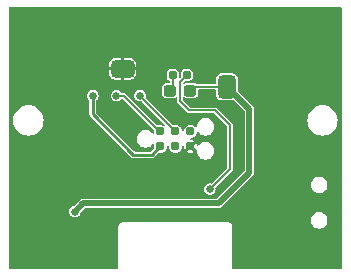
<source format=gbr>
%TF.GenerationSoftware,KiCad,Pcbnew,8.0.1*%
%TF.CreationDate,2024-07-01T16:07:51-04:00*%
%TF.ProjectId,V1,56312e6b-6963-4616-945f-706362585858,rev?*%
%TF.SameCoordinates,Original*%
%TF.FileFunction,Copper,L1,Top*%
%TF.FilePolarity,Positive*%
%FSLAX46Y46*%
G04 Gerber Fmt 4.6, Leading zero omitted, Abs format (unit mm)*
G04 Created by KiCad (PCBNEW 8.0.1) date 2024-07-01 16:07:51*
%MOMM*%
%LPD*%
G01*
G04 APERTURE LIST*
G04 Aperture macros list*
%AMRoundRect*
0 Rectangle with rounded corners*
0 $1 Rounding radius*
0 $2 $3 $4 $5 $6 $7 $8 $9 X,Y pos of 4 corners*
0 Add a 4 corners polygon primitive as box body*
4,1,4,$2,$3,$4,$5,$6,$7,$8,$9,$2,$3,0*
0 Add four circle primitives for the rounded corners*
1,1,$1+$1,$2,$3*
1,1,$1+$1,$4,$5*
1,1,$1+$1,$6,$7*
1,1,$1+$1,$8,$9*
0 Add four rect primitives between the rounded corners*
20,1,$1+$1,$2,$3,$4,$5,0*
20,1,$1+$1,$4,$5,$6,$7,0*
20,1,$1+$1,$6,$7,$8,$9,0*
20,1,$1+$1,$8,$9,$2,$3,0*%
G04 Aperture macros list end*
%TA.AperFunction,SMDPad,CuDef*%
%ADD10RoundRect,0.375000X0.625000X0.375000X-0.625000X0.375000X-0.625000X-0.375000X0.625000X-0.375000X0*%
%TD*%
%TA.AperFunction,ConnectorPad*%
%ADD11C,0.787400*%
%TD*%
%TA.AperFunction,SMDPad,CuDef*%
%ADD12RoundRect,0.375000X0.375000X-0.625000X0.375000X0.625000X-0.375000X0.625000X-0.375000X-0.625000X0*%
%TD*%
%TA.AperFunction,SMDPad,CuDef*%
%ADD13RoundRect,0.160000X-0.197500X-0.160000X0.197500X-0.160000X0.197500X0.160000X-0.197500X0.160000X0*%
%TD*%
%TA.AperFunction,SMDPad,CuDef*%
%ADD14RoundRect,0.237500X-0.287500X-0.237500X0.287500X-0.237500X0.287500X0.237500X-0.287500X0.237500X0*%
%TD*%
%TA.AperFunction,ViaPad*%
%ADD15C,0.660400*%
%TD*%
%TA.AperFunction,Conductor*%
%ADD16C,0.152400*%
%TD*%
%TA.AperFunction,Conductor*%
%ADD17C,0.508000*%
%TD*%
%TA.AperFunction,Conductor*%
%ADD18C,0.254000*%
%TD*%
G04 APERTURE END LIST*
D10*
%TO.P,J7,1,Pin_1*%
%TO.N,GND*%
X109970000Y-105640000D03*
%TD*%
D11*
%TO.P,J3,1,VCC*%
%TO.N,VCC*%
X113180000Y-112185000D03*
%TO.P,J3,2,SWDIO*%
%TO.N,/SWDIO*%
X113180000Y-110915000D03*
%TO.P,J3,3,~{RESET}*%
%TO.N,unconnected-(J3-~{RESET}-Pad3)*%
X114450000Y-112185000D03*
%TO.P,J3,4,SWCLK*%
%TO.N,/SWDCLK*%
X114450000Y-110915000D03*
%TO.P,J3,5,GND*%
%TO.N,GND*%
X115720000Y-112185000D03*
%TO.P,J3,6,SWO*%
%TO.N,unconnected-(J3-SWO-Pad6)*%
X115720000Y-110915000D03*
%TD*%
D12*
%TO.P,J6,1,Pin_1*%
%TO.N,VBUS*%
X118815000Y-107150000D03*
%TD*%
D13*
%TO.P,R1,1*%
%TO.N,Net-(D1-K)*%
X114230000Y-106150000D03*
%TO.P,R1,2*%
%TO.N,Net-(U1-STAT)*%
X115425000Y-106150000D03*
%TD*%
D14*
%TO.P,D1,1,K*%
%TO.N,Net-(D1-K)*%
X113975000Y-107470000D03*
%TO.P,D1,2,A*%
%TO.N,VBUS*%
X115725000Y-107470000D03*
%TD*%
D15*
%TO.N,/SWDIO*%
X109450000Y-107900000D03*
%TO.N,Net-(U1-STAT)*%
X117370000Y-115820000D03*
%TO.N,VBUS*%
X105940000Y-117710000D03*
%TO.N,GND*%
X127500000Y-101500000D03*
X122000000Y-110500000D03*
X121000000Y-120000000D03*
X102000000Y-122000000D03*
X106000000Y-122000000D03*
X102000000Y-120000000D03*
X125500000Y-107500000D03*
X104000000Y-106000000D03*
X102000000Y-104000000D03*
X102000000Y-115000000D03*
X108000000Y-120000000D03*
X118000000Y-111500000D03*
X109975000Y-105625000D03*
X108000000Y-122000000D03*
X124500000Y-112950000D03*
X127500000Y-107500000D03*
X106000000Y-104000000D03*
X121990000Y-113980000D03*
X104000000Y-113000000D03*
X124500000Y-110500000D03*
X104000000Y-122000000D03*
X123000000Y-120000000D03*
X121000000Y-122000000D03*
X115000000Y-109750000D03*
X125500000Y-101500000D03*
X106000000Y-106000000D03*
X125500000Y-105500000D03*
X123000000Y-122000000D03*
X104000000Y-120000000D03*
X104000000Y-104000000D03*
X106000000Y-113000000D03*
X110000000Y-110000000D03*
X102000000Y-113000000D03*
X102000000Y-102000000D03*
X106000000Y-102000000D03*
X127500000Y-105500000D03*
X114450000Y-113400000D03*
X104000000Y-102000000D03*
X102000000Y-106000000D03*
X106000000Y-120000000D03*
%TO.N,VCC*%
X107450000Y-107900000D03*
%TO.N,/SWDCLK*%
X111450000Y-107900000D03*
%TD*%
D16*
%TO.N,/SWDIO*%
X113180000Y-110915000D02*
X113085000Y-110915000D01*
X113085000Y-110915000D02*
X110070000Y-107900000D01*
X110070000Y-107900000D02*
X109450000Y-107900000D01*
%TO.N,Net-(U1-STAT)*%
X119080000Y-110410000D02*
X119080000Y-114110000D01*
X114850000Y-106725000D02*
X114850000Y-108370000D01*
X119080000Y-114110000D02*
X117370000Y-115820000D01*
X115630000Y-109150000D02*
X117820000Y-109150000D01*
X114850000Y-108370000D02*
X115630000Y-109150000D01*
X115425000Y-106150000D02*
X114850000Y-106725000D01*
X117820000Y-109150000D02*
X119080000Y-110410000D01*
D17*
%TO.N,VBUS*%
X106630000Y-117020000D02*
X105940000Y-117710000D01*
X118815000Y-107150000D02*
X120710000Y-109045000D01*
X120710000Y-114410000D02*
X118100000Y-117020000D01*
X118100000Y-117020000D02*
X106630000Y-117020000D01*
D16*
X115725000Y-107470000D02*
X116045000Y-107150000D01*
X116045000Y-107150000D02*
X118815000Y-107150000D01*
D17*
X120710000Y-109045000D02*
X120710000Y-114410000D01*
D18*
%TO.N,VCC*%
X112455000Y-112910000D02*
X113180000Y-112185000D01*
X107450000Y-107900000D02*
X107450000Y-109470000D01*
X110890000Y-112910000D02*
X112455000Y-112910000D01*
X107450000Y-109470000D02*
X110890000Y-112910000D01*
D16*
%TO.N,Net-(D1-K)*%
X114230000Y-106150000D02*
X114230000Y-107215000D01*
X114230000Y-107215000D02*
X113975000Y-107470000D01*
%TO.N,/SWDCLK*%
X114450000Y-110915000D02*
X111450000Y-107915000D01*
X111450000Y-107915000D02*
X111450000Y-107900000D01*
%TD*%
%TA.AperFunction,Conductor*%
%TO.N,GND*%
G36*
X128491638Y-100399093D02*
G01*
X128517358Y-100443642D01*
X128518500Y-100456700D01*
X128518500Y-122543300D01*
X128500907Y-122591638D01*
X128456358Y-122617358D01*
X128443300Y-122618500D01*
X119356700Y-122618500D01*
X119308362Y-122600907D01*
X119282642Y-122556358D01*
X119281500Y-122543300D01*
X119281500Y-118949777D01*
X119281500Y-118949775D01*
X119255501Y-118852746D01*
X119205276Y-118765753D01*
X119205274Y-118765751D01*
X119205272Y-118765748D01*
X119134251Y-118694727D01*
X119134245Y-118694723D01*
X119047255Y-118644499D01*
X119022996Y-118637999D01*
X118950225Y-118618500D01*
X110050225Y-118618500D01*
X109949775Y-118618500D01*
X109891557Y-118634099D01*
X109852744Y-118644499D01*
X109765754Y-118694723D01*
X109765748Y-118694727D01*
X109694727Y-118765748D01*
X109694723Y-118765754D01*
X109644499Y-118852744D01*
X109632764Y-118896542D01*
X109618500Y-118949775D01*
X109618500Y-118949777D01*
X109618500Y-122543300D01*
X109600907Y-122591638D01*
X109556358Y-122617358D01*
X109543300Y-122618500D01*
X100456700Y-122618500D01*
X100408362Y-122600907D01*
X100382642Y-122556358D01*
X100381500Y-122543300D01*
X100381500Y-118518994D01*
X125924500Y-118518994D01*
X125951420Y-118654329D01*
X125951421Y-118654331D01*
X125997574Y-118765754D01*
X126004225Y-118781811D01*
X126080886Y-118896542D01*
X126080888Y-118896544D01*
X126080890Y-118896547D01*
X126178452Y-118994109D01*
X126178455Y-118994111D01*
X126178458Y-118994114D01*
X126293189Y-119070775D01*
X126420672Y-119123580D01*
X126502165Y-119139790D01*
X126556005Y-119150500D01*
X126556007Y-119150500D01*
X126693995Y-119150500D01*
X126738901Y-119141566D01*
X126829328Y-119123580D01*
X126956811Y-119070775D01*
X127071542Y-118994114D01*
X127169114Y-118896542D01*
X127245775Y-118781811D01*
X127298580Y-118654328D01*
X127325500Y-118518993D01*
X127325500Y-118381007D01*
X127298580Y-118245672D01*
X127245775Y-118118189D01*
X127169114Y-118003458D01*
X127169111Y-118003455D01*
X127169109Y-118003452D01*
X127071547Y-117905890D01*
X127071544Y-117905888D01*
X127071542Y-117905886D01*
X126956811Y-117829225D01*
X126956809Y-117829224D01*
X126829331Y-117776421D01*
X126829329Y-117776420D01*
X126693995Y-117749500D01*
X126693993Y-117749500D01*
X126556007Y-117749500D01*
X126556005Y-117749500D01*
X126420670Y-117776420D01*
X126420668Y-117776421D01*
X126293190Y-117829224D01*
X126178455Y-117905888D01*
X126178452Y-117905890D01*
X126080890Y-118003452D01*
X126080888Y-118003455D01*
X126004224Y-118118190D01*
X125951421Y-118245668D01*
X125951420Y-118245670D01*
X125924500Y-118381005D01*
X125924500Y-118518994D01*
X100381500Y-118518994D01*
X100381500Y-117710000D01*
X105451932Y-117710000D01*
X105471702Y-117847508D01*
X105529410Y-117973868D01*
X105529412Y-117973871D01*
X105620383Y-118078857D01*
X105620385Y-118078858D01*
X105737248Y-118153962D01*
X105832069Y-118181803D01*
X105870541Y-118193100D01*
X105870544Y-118193100D01*
X106009456Y-118193100D01*
X106009459Y-118193100D01*
X106142751Y-118153962D01*
X106259617Y-118078857D01*
X106350589Y-117973869D01*
X106408298Y-117847505D01*
X106409833Y-117836822D01*
X106431091Y-117794350D01*
X106776518Y-117448924D01*
X106823137Y-117427186D01*
X106829691Y-117426900D01*
X118153568Y-117426900D01*
X118153570Y-117426900D01*
X118257058Y-117399170D01*
X118349843Y-117345601D01*
X120176449Y-115518994D01*
X125924500Y-115518994D01*
X125931887Y-115556128D01*
X125951420Y-115654328D01*
X126004225Y-115781811D01*
X126080886Y-115896542D01*
X126080888Y-115896544D01*
X126080890Y-115896547D01*
X126178452Y-115994109D01*
X126178455Y-115994111D01*
X126178458Y-115994114D01*
X126293189Y-116070775D01*
X126420672Y-116123580D01*
X126502165Y-116139790D01*
X126556005Y-116150500D01*
X126556007Y-116150500D01*
X126693995Y-116150500D01*
X126738901Y-116141566D01*
X126829328Y-116123580D01*
X126956811Y-116070775D01*
X127071542Y-115994114D01*
X127169114Y-115896542D01*
X127245775Y-115781811D01*
X127298580Y-115654328D01*
X127325500Y-115518993D01*
X127325500Y-115381007D01*
X127324511Y-115376037D01*
X127314498Y-115325697D01*
X127298580Y-115245672D01*
X127245775Y-115118189D01*
X127169114Y-115003458D01*
X127169111Y-115003455D01*
X127169109Y-115003452D01*
X127071547Y-114905890D01*
X127071544Y-114905888D01*
X127071542Y-114905886D01*
X126956811Y-114829225D01*
X126956809Y-114829224D01*
X126829331Y-114776421D01*
X126829329Y-114776420D01*
X126693995Y-114749500D01*
X126693993Y-114749500D01*
X126556007Y-114749500D01*
X126556005Y-114749500D01*
X126420670Y-114776420D01*
X126420668Y-114776421D01*
X126293190Y-114829224D01*
X126178455Y-114905888D01*
X126178452Y-114905890D01*
X126080890Y-115003452D01*
X126080888Y-115003455D01*
X126004224Y-115118190D01*
X125951421Y-115245668D01*
X125951420Y-115245670D01*
X125924500Y-115381005D01*
X125924500Y-115518994D01*
X120176449Y-115518994D01*
X121035600Y-114659843D01*
X121089169Y-114567058D01*
X121089170Y-114567057D01*
X121116900Y-114463569D01*
X121116900Y-110000000D01*
X125613605Y-110000000D01*
X125633147Y-110223375D01*
X125633147Y-110223378D01*
X125633148Y-110223380D01*
X125690534Y-110437546D01*
X125691184Y-110439972D01*
X125691185Y-110439976D01*
X125785945Y-110643192D01*
X125914559Y-110826873D01*
X125914570Y-110826886D01*
X126073113Y-110985429D01*
X126073126Y-110985440D01*
X126119207Y-111017706D01*
X126256802Y-111114051D01*
X126256804Y-111114051D01*
X126256807Y-111114054D01*
X126421089Y-111190659D01*
X126460027Y-111208816D01*
X126676620Y-111266852D01*
X126900000Y-111286395D01*
X127123380Y-111266852D01*
X127339973Y-111208816D01*
X127543198Y-111114051D01*
X127726879Y-110985436D01*
X127885436Y-110826879D01*
X128014051Y-110643198D01*
X128108816Y-110439973D01*
X128166852Y-110223380D01*
X128186395Y-110000000D01*
X128166852Y-109776620D01*
X128108816Y-109560027D01*
X128084018Y-109506848D01*
X128014053Y-109356806D01*
X128014050Y-109356801D01*
X127885433Y-109173117D01*
X127726886Y-109014570D01*
X127726873Y-109014559D01*
X127561657Y-108898874D01*
X127543198Y-108885949D01*
X127543197Y-108885948D01*
X127543192Y-108885945D01*
X127339976Y-108791185D01*
X127339974Y-108791184D01*
X127339973Y-108791184D01*
X127123380Y-108733148D01*
X127123378Y-108733147D01*
X127123375Y-108733147D01*
X126900000Y-108713605D01*
X126676624Y-108733147D01*
X126460027Y-108791184D01*
X126460023Y-108791185D01*
X126256806Y-108885946D01*
X126256804Y-108885948D01*
X126073117Y-109014566D01*
X125914566Y-109173117D01*
X125785950Y-109356801D01*
X125785946Y-109356806D01*
X125691185Y-109560023D01*
X125691184Y-109560027D01*
X125633147Y-109776624D01*
X125613605Y-110000000D01*
X121116900Y-110000000D01*
X121116900Y-108991431D01*
X121089170Y-108887943D01*
X121088019Y-108885949D01*
X121088018Y-108885948D01*
X121071403Y-108857169D01*
X121035601Y-108795157D01*
X121035599Y-108795155D01*
X121035597Y-108795152D01*
X119739925Y-107499480D01*
X119718185Y-107452860D01*
X119717899Y-107446306D01*
X119717899Y-106483674D01*
X119717342Y-106479032D01*
X119707712Y-106398837D01*
X119654476Y-106263838D01*
X119566791Y-106148209D01*
X119451162Y-106060524D01*
X119451161Y-106060523D01*
X119316165Y-106007288D01*
X119259605Y-106000496D01*
X119231327Y-105997100D01*
X119231326Y-105997100D01*
X118398674Y-105997100D01*
X118313835Y-106007288D01*
X118178838Y-106060523D01*
X118063209Y-106148209D01*
X117975523Y-106263838D01*
X117922288Y-106398834D01*
X117912100Y-106483673D01*
X117912100Y-106845700D01*
X117894507Y-106894038D01*
X117849958Y-106919758D01*
X117836900Y-106920900D01*
X116278934Y-106920900D01*
X116244795Y-106912704D01*
X116134644Y-106856580D01*
X116134646Y-106856580D01*
X116043224Y-106842100D01*
X116043222Y-106842100D01*
X115406778Y-106842100D01*
X115406775Y-106842100D01*
X115315354Y-106856580D01*
X115205167Y-106912723D01*
X115200383Y-106916200D01*
X115199041Y-106914353D01*
X115160834Y-106932158D01*
X115111151Y-106918831D01*
X115081657Y-106876686D01*
X115079100Y-106857242D01*
X115079100Y-106851045D01*
X115096693Y-106802707D01*
X115101126Y-106797870D01*
X115254072Y-106644925D01*
X115300692Y-106623186D01*
X115307246Y-106622900D01*
X115659164Y-106622900D01*
X115659166Y-106622900D01*
X115704734Y-106616901D01*
X115804741Y-106570267D01*
X115882767Y-106492241D01*
X115888927Y-106479032D01*
X115929400Y-106392236D01*
X115929399Y-106392236D01*
X115929401Y-106392234D01*
X115935400Y-106346666D01*
X115935400Y-105953334D01*
X115929401Y-105907766D01*
X115929400Y-105907763D01*
X115882769Y-105807762D01*
X115882763Y-105807754D01*
X115804745Y-105729736D01*
X115804737Y-105729730D01*
X115704736Y-105683099D01*
X115681950Y-105680099D01*
X115659166Y-105677100D01*
X115190834Y-105677100D01*
X115172606Y-105679499D01*
X115145263Y-105683099D01*
X115045262Y-105729730D01*
X115045254Y-105729736D01*
X114967236Y-105807754D01*
X114967230Y-105807762D01*
X114920599Y-105907763D01*
X114914600Y-105953335D01*
X114914600Y-106305254D01*
X114897007Y-106353592D01*
X114892574Y-106358428D01*
X114868774Y-106382228D01*
X114822154Y-106403968D01*
X114772467Y-106390654D01*
X114742962Y-106348517D01*
X114740400Y-106329054D01*
X114740400Y-105953335D01*
X114740400Y-105953334D01*
X114734401Y-105907766D01*
X114734400Y-105907763D01*
X114687769Y-105807762D01*
X114687763Y-105807754D01*
X114609745Y-105729736D01*
X114609737Y-105729730D01*
X114509736Y-105683099D01*
X114486950Y-105680099D01*
X114464166Y-105677100D01*
X113995834Y-105677100D01*
X113977606Y-105679499D01*
X113950263Y-105683099D01*
X113850262Y-105729730D01*
X113850254Y-105729736D01*
X113772236Y-105807754D01*
X113772230Y-105807762D01*
X113725599Y-105907763D01*
X113725599Y-105907766D01*
X113719600Y-105953334D01*
X113719600Y-106346666D01*
X113722599Y-106369450D01*
X113725599Y-106392236D01*
X113772230Y-106492237D01*
X113772236Y-106492245D01*
X113850254Y-106570263D01*
X113850262Y-106570269D01*
X113955480Y-106619333D01*
X113954454Y-106621531D01*
X113988222Y-106646284D01*
X114000900Y-106688070D01*
X114000900Y-106766900D01*
X113983307Y-106815238D01*
X113938758Y-106840958D01*
X113925700Y-106842100D01*
X113656775Y-106842100D01*
X113565354Y-106856580D01*
X113455167Y-106912723D01*
X113367723Y-107000167D01*
X113311580Y-107110354D01*
X113297100Y-107201775D01*
X113297100Y-107738224D01*
X113311580Y-107829645D01*
X113347427Y-107899999D01*
X113367723Y-107939832D01*
X113455168Y-108027277D01*
X113565354Y-108083419D01*
X113565356Y-108083420D01*
X113656778Y-108097900D01*
X113656782Y-108097900D01*
X114293218Y-108097900D01*
X114293222Y-108097900D01*
X114384644Y-108083420D01*
X114494832Y-108027277D01*
X114494835Y-108027273D01*
X114499617Y-108023800D01*
X114500960Y-108025649D01*
X114539146Y-108007843D01*
X114588833Y-108021157D01*
X114618338Y-108063294D01*
X114620900Y-108082757D01*
X114620900Y-108415570D01*
X114655778Y-108499776D01*
X115500223Y-109344220D01*
X115500224Y-109344220D01*
X115500226Y-109344222D01*
X115530600Y-109356803D01*
X115584429Y-109379100D01*
X115584430Y-109379100D01*
X115675571Y-109379100D01*
X117693955Y-109379100D01*
X117742293Y-109396693D01*
X117747129Y-109401126D01*
X118828874Y-110482871D01*
X118850614Y-110529491D01*
X118850900Y-110536045D01*
X118850900Y-113983954D01*
X118833307Y-114032292D01*
X118828874Y-114037128D01*
X117540305Y-115325697D01*
X117493685Y-115347437D01*
X117465945Y-115344677D01*
X117439461Y-115336900D01*
X117439459Y-115336900D01*
X117300541Y-115336900D01*
X117300538Y-115336900D01*
X117167248Y-115376037D01*
X117050385Y-115451141D01*
X117050383Y-115451142D01*
X116959412Y-115556128D01*
X116959410Y-115556131D01*
X116901702Y-115682491D01*
X116881932Y-115820000D01*
X116901702Y-115957508D01*
X116959410Y-116083868D01*
X116959412Y-116083871D01*
X117050383Y-116188857D01*
X117050385Y-116188858D01*
X117167248Y-116263962D01*
X117262069Y-116291803D01*
X117300541Y-116303100D01*
X117300544Y-116303100D01*
X117439456Y-116303100D01*
X117439459Y-116303100D01*
X117572751Y-116263962D01*
X117689617Y-116188857D01*
X117780589Y-116083869D01*
X117821579Y-115994114D01*
X117838297Y-115957508D01*
X117838297Y-115957506D01*
X117838298Y-115957505D01*
X117858068Y-115820000D01*
X117842800Y-115713810D01*
X117853334Y-115663462D01*
X117864056Y-115649939D01*
X119274222Y-114239775D01*
X119309100Y-114155570D01*
X119309100Y-114064430D01*
X119309100Y-110364429D01*
X119298884Y-110339766D01*
X119274222Y-110280225D01*
X119274221Y-110280224D01*
X119274221Y-110280223D01*
X117949780Y-108955782D01*
X117949777Y-108955780D01*
X117949775Y-108955778D01*
X117890233Y-108931115D01*
X117890232Y-108931114D01*
X117865573Y-108920900D01*
X117865571Y-108920900D01*
X115756044Y-108920900D01*
X115707706Y-108903307D01*
X115702870Y-108898874D01*
X115101126Y-108297129D01*
X115079386Y-108250509D01*
X115079100Y-108243955D01*
X115079100Y-108082757D01*
X115096693Y-108034419D01*
X115141242Y-108008699D01*
X115191900Y-108017632D01*
X115200223Y-108024019D01*
X115200383Y-108023800D01*
X115205167Y-108027276D01*
X115205168Y-108027277D01*
X115315354Y-108083419D01*
X115315356Y-108083420D01*
X115406778Y-108097900D01*
X115406782Y-108097900D01*
X116043218Y-108097900D01*
X116043222Y-108097900D01*
X116134644Y-108083420D01*
X116244832Y-108027277D01*
X116332277Y-107939832D01*
X116388420Y-107829644D01*
X116402900Y-107738222D01*
X116402900Y-107454300D01*
X116420493Y-107405962D01*
X116465042Y-107380242D01*
X116478100Y-107379100D01*
X117836901Y-107379100D01*
X117885239Y-107396693D01*
X117910959Y-107441242D01*
X117912101Y-107454300D01*
X117912101Y-107816325D01*
X117922288Y-107901164D01*
X117975523Y-108036161D01*
X117996099Y-108063294D01*
X118063209Y-108151791D01*
X118178838Y-108239476D01*
X118312320Y-108292114D01*
X118313837Y-108292712D01*
X118398673Y-108302900D01*
X119231326Y-108302899D01*
X119316163Y-108292712D01*
X119317679Y-108292113D01*
X119318631Y-108292088D01*
X119320837Y-108291531D01*
X119320962Y-108292026D01*
X119369099Y-108290741D01*
X119398449Y-108308893D01*
X120281074Y-109191518D01*
X120302814Y-109238138D01*
X120303100Y-109244692D01*
X120303100Y-114210308D01*
X120285507Y-114258646D01*
X120281074Y-114263482D01*
X117953482Y-116591074D01*
X117906862Y-116612814D01*
X117900308Y-116613100D01*
X106576431Y-116613100D01*
X106524687Y-116626965D01*
X106472941Y-116640830D01*
X106380159Y-116694398D01*
X106380157Y-116694399D01*
X106380157Y-116694400D01*
X105851714Y-117222840D01*
X105819728Y-117241818D01*
X105737248Y-117266038D01*
X105737246Y-117266039D01*
X105620385Y-117341141D01*
X105620383Y-117341142D01*
X105529412Y-117446128D01*
X105529410Y-117446131D01*
X105471702Y-117572491D01*
X105451932Y-117710000D01*
X100381500Y-117710000D01*
X100381500Y-110000000D01*
X100713605Y-110000000D01*
X100733147Y-110223375D01*
X100733147Y-110223378D01*
X100733148Y-110223380D01*
X100790534Y-110437546D01*
X100791184Y-110439972D01*
X100791185Y-110439976D01*
X100885945Y-110643192D01*
X101014559Y-110826873D01*
X101014570Y-110826886D01*
X101173113Y-110985429D01*
X101173126Y-110985440D01*
X101219207Y-111017706D01*
X101356802Y-111114051D01*
X101356804Y-111114051D01*
X101356807Y-111114054D01*
X101521089Y-111190659D01*
X101560027Y-111208816D01*
X101776620Y-111266852D01*
X102000000Y-111286395D01*
X102223380Y-111266852D01*
X102439973Y-111208816D01*
X102643198Y-111114051D01*
X102826879Y-110985436D01*
X102985436Y-110826879D01*
X103114051Y-110643198D01*
X103208816Y-110439973D01*
X103266852Y-110223380D01*
X103286395Y-110000000D01*
X103266852Y-109776620D01*
X103208816Y-109560027D01*
X103184018Y-109506848D01*
X103114053Y-109356806D01*
X103114050Y-109356801D01*
X102985433Y-109173117D01*
X102826886Y-109014570D01*
X102826873Y-109014559D01*
X102661657Y-108898874D01*
X102643198Y-108885949D01*
X102643197Y-108885948D01*
X102643192Y-108885945D01*
X102439976Y-108791185D01*
X102439974Y-108791184D01*
X102439973Y-108791184D01*
X102223380Y-108733148D01*
X102223378Y-108733147D01*
X102223375Y-108733147D01*
X102000000Y-108713605D01*
X101776624Y-108733147D01*
X101560027Y-108791184D01*
X101560023Y-108791185D01*
X101356806Y-108885946D01*
X101356804Y-108885948D01*
X101173117Y-109014566D01*
X101014566Y-109173117D01*
X100885950Y-109356801D01*
X100885946Y-109356806D01*
X100791185Y-109560023D01*
X100791184Y-109560027D01*
X100733147Y-109776624D01*
X100713605Y-110000000D01*
X100381500Y-110000000D01*
X100381500Y-107900000D01*
X106961932Y-107900000D01*
X106981702Y-108037508D01*
X107039410Y-108163868D01*
X107039412Y-108163871D01*
X107081101Y-108211982D01*
X107130383Y-108268857D01*
X107135553Y-108272179D01*
X107166707Y-108313110D01*
X107170100Y-108335443D01*
X107170100Y-109433150D01*
X107170100Y-109506850D01*
X107181921Y-109550966D01*
X107189175Y-109578038D01*
X107226023Y-109641860D01*
X107226027Y-109641866D01*
X110718133Y-113133972D01*
X110718136Y-113133974D01*
X110718138Y-113133976D01*
X110781963Y-113170825D01*
X110853150Y-113189900D01*
X110853152Y-113189900D01*
X112491848Y-113189900D01*
X112491850Y-113189900D01*
X112563037Y-113170825D01*
X112626862Y-113133976D01*
X113016387Y-112744449D01*
X113063005Y-112722711D01*
X113079369Y-112723067D01*
X113180000Y-112736317D01*
X113322691Y-112717531D01*
X113455659Y-112662455D01*
X113569840Y-112574840D01*
X113657455Y-112460659D01*
X113712531Y-112327691D01*
X113722709Y-112250383D01*
X113746462Y-112204756D01*
X113793987Y-112185072D01*
X113797266Y-112185000D01*
X113832734Y-112185000D01*
X113881072Y-112202593D01*
X113906792Y-112247142D01*
X113907291Y-112250383D01*
X113917469Y-112327691D01*
X113917469Y-112327693D01*
X113917470Y-112327694D01*
X113972545Y-112460660D01*
X114060159Y-112574840D01*
X114174339Y-112662454D01*
X114174340Y-112662454D01*
X114174341Y-112662455D01*
X114307309Y-112717531D01*
X114450000Y-112736317D01*
X114592691Y-112717531D01*
X114725659Y-112662455D01*
X114738683Y-112652461D01*
X115432142Y-112652461D01*
X115444591Y-112662014D01*
X115444594Y-112662016D01*
X115577438Y-112717043D01*
X115720000Y-112735811D01*
X115862561Y-112717043D01*
X115995405Y-112662016D01*
X116007857Y-112652461D01*
X115720001Y-112364605D01*
X115720000Y-112364605D01*
X115432142Y-112652461D01*
X114738683Y-112652461D01*
X114839840Y-112574840D01*
X114927455Y-112460659D01*
X114982531Y-112327691D01*
X114992709Y-112250383D01*
X115016462Y-112204756D01*
X115063987Y-112185072D01*
X115067266Y-112185000D01*
X115103239Y-112185000D01*
X115151577Y-112202593D01*
X115177297Y-112247142D01*
X115177796Y-112250384D01*
X115187956Y-112327562D01*
X115242985Y-112460409D01*
X115252536Y-112472856D01*
X115518370Y-112207025D01*
X115564990Y-112185286D01*
X115571521Y-112185001D01*
X115899605Y-112185001D01*
X116199241Y-112484637D01*
X116213467Y-112488784D01*
X116242045Y-112531555D01*
X116244200Y-112549428D01*
X116244200Y-112639455D01*
X116272860Y-112783544D01*
X116272861Y-112783545D01*
X116329080Y-112919269D01*
X116410699Y-113041420D01*
X116410701Y-113041422D01*
X116410703Y-113041425D01*
X116514574Y-113145296D01*
X116514577Y-113145298D01*
X116514580Y-113145301D01*
X116636731Y-113226920D01*
X116772454Y-113283138D01*
X116772455Y-113283139D01*
X116772456Y-113283139D01*
X116772458Y-113283140D01*
X116868949Y-113302332D01*
X116916544Y-113311800D01*
X116916545Y-113311800D01*
X117063456Y-113311800D01*
X117099232Y-113304683D01*
X117207542Y-113283140D01*
X117343269Y-113226920D01*
X117465420Y-113145301D01*
X117569301Y-113041420D01*
X117650920Y-112919269D01*
X117707140Y-112783542D01*
X117735800Y-112639455D01*
X117735800Y-112492545D01*
X117707140Y-112348458D01*
X117650920Y-112212731D01*
X117569301Y-112090580D01*
X117569298Y-112090577D01*
X117569296Y-112090574D01*
X117465425Y-111986703D01*
X117465422Y-111986701D01*
X117465420Y-111986699D01*
X117343269Y-111905080D01*
X117228662Y-111857608D01*
X117207545Y-111848861D01*
X117207544Y-111848860D01*
X117063456Y-111820200D01*
X117063455Y-111820200D01*
X116916545Y-111820200D01*
X116916544Y-111820200D01*
X116772455Y-111848860D01*
X116772454Y-111848861D01*
X116636732Y-111905079D01*
X116514577Y-111986701D01*
X116514574Y-111986703D01*
X116410698Y-112090579D01*
X116394456Y-112114888D01*
X116352971Y-112145304D01*
X116301642Y-112141939D01*
X116264484Y-112106367D01*
X116257373Y-112082923D01*
X116252043Y-112042438D01*
X116197016Y-111909594D01*
X116197014Y-111909591D01*
X116187461Y-111897142D01*
X115899605Y-112184999D01*
X115899605Y-112185001D01*
X115571521Y-112185001D01*
X115571544Y-112185000D01*
X115720000Y-112185000D01*
X115720000Y-112036543D01*
X115737593Y-111988205D01*
X115742025Y-111983369D01*
X116007857Y-111717536D01*
X115995409Y-111707985D01*
X115862562Y-111652956D01*
X115785384Y-111642796D01*
X115739757Y-111619043D01*
X115720072Y-111571519D01*
X115720000Y-111568239D01*
X115720000Y-111532265D01*
X115737593Y-111483927D01*
X115782142Y-111458207D01*
X115785345Y-111457713D01*
X115862691Y-111447531D01*
X115995659Y-111392455D01*
X116109840Y-111304840D01*
X116197455Y-111190659D01*
X116252531Y-111057691D01*
X116257795Y-111017702D01*
X116281546Y-110972078D01*
X116329070Y-110952393D01*
X116378129Y-110967860D01*
X116394877Y-110985742D01*
X116410695Y-111009416D01*
X116410703Y-111009425D01*
X116514574Y-111113296D01*
X116514577Y-111113298D01*
X116514580Y-111113301D01*
X116636731Y-111194920D01*
X116772454Y-111251138D01*
X116772455Y-111251139D01*
X116772456Y-111251139D01*
X116772458Y-111251140D01*
X116868949Y-111270332D01*
X116916544Y-111279800D01*
X116916545Y-111279800D01*
X117063456Y-111279800D01*
X117099232Y-111272683D01*
X117207542Y-111251140D01*
X117343269Y-111194920D01*
X117465420Y-111113301D01*
X117569301Y-111009420D01*
X117650920Y-110887269D01*
X117707140Y-110751542D01*
X117735800Y-110607455D01*
X117735800Y-110460545D01*
X117733510Y-110449034D01*
X117722573Y-110394048D01*
X117707140Y-110316458D01*
X117650920Y-110180731D01*
X117569301Y-110058580D01*
X117569298Y-110058577D01*
X117569296Y-110058574D01*
X117465425Y-109954703D01*
X117465422Y-109954701D01*
X117465420Y-109954699D01*
X117343269Y-109873080D01*
X117343267Y-109873079D01*
X117207545Y-109816861D01*
X117207544Y-109816860D01*
X117063456Y-109788200D01*
X117063455Y-109788200D01*
X116916545Y-109788200D01*
X116916544Y-109788200D01*
X116772455Y-109816860D01*
X116772454Y-109816861D01*
X116636732Y-109873079D01*
X116514577Y-109954701D01*
X116514574Y-109954703D01*
X116410703Y-110058574D01*
X116410701Y-110058577D01*
X116329079Y-110180732D01*
X116272861Y-110316454D01*
X116272860Y-110316455D01*
X116244200Y-110460544D01*
X116244200Y-110478729D01*
X116226607Y-110527067D01*
X116182058Y-110552787D01*
X116131400Y-110543854D01*
X116113671Y-110528306D01*
X116113329Y-110528649D01*
X116109844Y-110525164D01*
X116109841Y-110525162D01*
X116109840Y-110525160D01*
X115995659Y-110437545D01*
X115995657Y-110437544D01*
X115862694Y-110382470D01*
X115862693Y-110382469D01*
X115862691Y-110382469D01*
X115720000Y-110363683D01*
X115577309Y-110382469D01*
X115577306Y-110382469D01*
X115577306Y-110382470D01*
X115444346Y-110437543D01*
X115444340Y-110437546D01*
X115330159Y-110525159D01*
X115242546Y-110639340D01*
X115242543Y-110639346D01*
X115187470Y-110772305D01*
X115187469Y-110772307D01*
X115187469Y-110772309D01*
X115180285Y-110826879D01*
X115177291Y-110849617D01*
X115153538Y-110895244D01*
X115106013Y-110914928D01*
X115102734Y-110915000D01*
X115067266Y-110915000D01*
X115018928Y-110897407D01*
X114993208Y-110852858D01*
X114992709Y-110849617D01*
X114989715Y-110826879D01*
X114982531Y-110772309D01*
X114927455Y-110639342D01*
X114879911Y-110577381D01*
X114839843Y-110525163D01*
X114839841Y-110525161D01*
X114839840Y-110525160D01*
X114725659Y-110437545D01*
X114725657Y-110437544D01*
X114592694Y-110382470D01*
X114592693Y-110382469D01*
X114592691Y-110382469D01*
X114450000Y-110363683D01*
X114307309Y-110382469D01*
X114307307Y-110382469D01*
X114307305Y-110382470D01*
X114307171Y-110382526D01*
X114307080Y-110382529D01*
X114302545Y-110383745D01*
X114302275Y-110382739D01*
X114255780Y-110384769D01*
X114225220Y-110366224D01*
X111942175Y-108083178D01*
X111920435Y-108036558D01*
X111920913Y-108019312D01*
X111938068Y-107900000D01*
X111918298Y-107762495D01*
X111918297Y-107762493D01*
X111918297Y-107762491D01*
X111860589Y-107636131D01*
X111860587Y-107636128D01*
X111769616Y-107531142D01*
X111769614Y-107531141D01*
X111652751Y-107456037D01*
X111519461Y-107416900D01*
X111519459Y-107416900D01*
X111380541Y-107416900D01*
X111380538Y-107416900D01*
X111247248Y-107456037D01*
X111130385Y-107531141D01*
X111130383Y-107531142D01*
X111039412Y-107636128D01*
X111039410Y-107636131D01*
X110981702Y-107762491D01*
X110961932Y-107900000D01*
X110981702Y-108037508D01*
X111039410Y-108163868D01*
X111039412Y-108163871D01*
X111130383Y-108268857D01*
X111130385Y-108268858D01*
X111247248Y-108343962D01*
X111322838Y-108366157D01*
X111380541Y-108383100D01*
X111380544Y-108383100D01*
X111519460Y-108383100D01*
X111534348Y-108378728D01*
X111585684Y-108381989D01*
X111608710Y-108397707D01*
X112717853Y-109506850D01*
X113517617Y-110306613D01*
X113539357Y-110353233D01*
X113526043Y-110402920D01*
X113483906Y-110432425D01*
X113435666Y-110429263D01*
X113322694Y-110382470D01*
X113322693Y-110382469D01*
X113322691Y-110382469D01*
X113180000Y-110363683D01*
X113037309Y-110382469D01*
X113037307Y-110382469D01*
X113037305Y-110382470D01*
X112969996Y-110410350D01*
X112918605Y-110412593D01*
X112888045Y-110394048D01*
X110199776Y-107705778D01*
X110127941Y-107676024D01*
X110127939Y-107676023D01*
X110115572Y-107670900D01*
X110115571Y-107670900D01*
X109923996Y-107670900D01*
X109875658Y-107653307D01*
X109864111Y-107640194D01*
X109864111Y-107640195D01*
X109864002Y-107640069D01*
X109860736Y-107636360D01*
X109860586Y-107636127D01*
X109769619Y-107531145D01*
X109769614Y-107531141D01*
X109652751Y-107456037D01*
X109519461Y-107416900D01*
X109519459Y-107416900D01*
X109380541Y-107416900D01*
X109380538Y-107416900D01*
X109247248Y-107456037D01*
X109130385Y-107531141D01*
X109130383Y-107531142D01*
X109039412Y-107636128D01*
X109039410Y-107636131D01*
X108981702Y-107762491D01*
X108961932Y-107900000D01*
X108981702Y-108037508D01*
X109039410Y-108163868D01*
X109039412Y-108163871D01*
X109130383Y-108268857D01*
X109130385Y-108268858D01*
X109247248Y-108343962D01*
X109322838Y-108366157D01*
X109380541Y-108383100D01*
X109380544Y-108383100D01*
X109519456Y-108383100D01*
X109519459Y-108383100D01*
X109652751Y-108343962D01*
X109769617Y-108268857D01*
X109860589Y-108163869D01*
X109860591Y-108163863D01*
X109860736Y-108163640D01*
X109860888Y-108163523D01*
X109864111Y-108159805D01*
X109864889Y-108160479D01*
X109901671Y-108132490D01*
X109923996Y-108129100D01*
X109943955Y-108129100D01*
X109992293Y-108146693D01*
X109997129Y-108151126D01*
X112617853Y-110771850D01*
X112639593Y-110818470D01*
X112639236Y-110834838D01*
X112628683Y-110915000D01*
X112641114Y-111009422D01*
X112646953Y-111053768D01*
X112635819Y-111103989D01*
X112595009Y-111135303D01*
X112543618Y-111133060D01*
X112509870Y-111105364D01*
X112489301Y-111074580D01*
X112489300Y-111074579D01*
X112489298Y-111074576D01*
X112385425Y-110970703D01*
X112385422Y-110970701D01*
X112385420Y-110970699D01*
X112263269Y-110889080D01*
X112258892Y-110887267D01*
X112127545Y-110832861D01*
X112127544Y-110832860D01*
X111983456Y-110804200D01*
X111983455Y-110804200D01*
X111836545Y-110804200D01*
X111836544Y-110804200D01*
X111692455Y-110832860D01*
X111692454Y-110832861D01*
X111556732Y-110889079D01*
X111434577Y-110970701D01*
X111434574Y-110970703D01*
X111330703Y-111074574D01*
X111330701Y-111074577D01*
X111249079Y-111196732D01*
X111192861Y-111332454D01*
X111192860Y-111332455D01*
X111164200Y-111476544D01*
X111164200Y-111623455D01*
X111192860Y-111767544D01*
X111192861Y-111767545D01*
X111232948Y-111864323D01*
X111249080Y-111903269D01*
X111330699Y-112025420D01*
X111330701Y-112025422D01*
X111330703Y-112025425D01*
X111434574Y-112129296D01*
X111434577Y-112129298D01*
X111434580Y-112129301D01*
X111556731Y-112210920D01*
X111692454Y-112267138D01*
X111692455Y-112267139D01*
X111692456Y-112267139D01*
X111692458Y-112267140D01*
X111785381Y-112285623D01*
X111836544Y-112295800D01*
X111836545Y-112295800D01*
X111983456Y-112295800D01*
X112034619Y-112285623D01*
X112127542Y-112267140D01*
X112263269Y-112210920D01*
X112385420Y-112129301D01*
X112489301Y-112025420D01*
X112509870Y-111994636D01*
X112551352Y-111964220D01*
X112602681Y-111967583D01*
X112639840Y-112003154D01*
X112646952Y-112046229D01*
X112636016Y-112129301D01*
X112628683Y-112185000D01*
X112641930Y-112285623D01*
X112630796Y-112335843D01*
X112620548Y-112348612D01*
X112361088Y-112608074D01*
X112314467Y-112629814D01*
X112307913Y-112630100D01*
X111037086Y-112630100D01*
X110988748Y-112612507D01*
X110983912Y-112608074D01*
X107751926Y-109376088D01*
X107730186Y-109329468D01*
X107729900Y-109322914D01*
X107729900Y-108335443D01*
X107747493Y-108287105D01*
X107764444Y-108272181D01*
X107769617Y-108268857D01*
X107860589Y-108163869D01*
X107897632Y-108082757D01*
X107918297Y-108037508D01*
X107918297Y-108037506D01*
X107918298Y-108037505D01*
X107938068Y-107900000D01*
X107918298Y-107762495D01*
X107918297Y-107762493D01*
X107918297Y-107762491D01*
X107860589Y-107636131D01*
X107860587Y-107636128D01*
X107769616Y-107531142D01*
X107769614Y-107531141D01*
X107652751Y-107456037D01*
X107519461Y-107416900D01*
X107519459Y-107416900D01*
X107380541Y-107416900D01*
X107380538Y-107416900D01*
X107247248Y-107456037D01*
X107130385Y-107531141D01*
X107130383Y-107531142D01*
X107039412Y-107636128D01*
X107039410Y-107636131D01*
X106981702Y-107762491D01*
X106961932Y-107900000D01*
X100381500Y-107900000D01*
X100381500Y-105767000D01*
X108817601Y-105767000D01*
X108817601Y-106056286D01*
X108827778Y-106141043D01*
X108880964Y-106275912D01*
X108880967Y-106275917D01*
X108968565Y-106391434D01*
X109084082Y-106479032D01*
X109084087Y-106479035D01*
X109218956Y-106532221D01*
X109303712Y-106542399D01*
X109843000Y-106542399D01*
X109843000Y-105767000D01*
X110097000Y-105767000D01*
X110097000Y-106542399D01*
X110636287Y-106542399D01*
X110721043Y-106532221D01*
X110855912Y-106479035D01*
X110855917Y-106479032D01*
X110971434Y-106391434D01*
X111059032Y-106275917D01*
X111059035Y-106275912D01*
X111112221Y-106141043D01*
X111122400Y-106056287D01*
X111122400Y-105767000D01*
X110097000Y-105767000D01*
X109843000Y-105767000D01*
X108817601Y-105767000D01*
X100381500Y-105767000D01*
X100381500Y-105513000D01*
X108817600Y-105513000D01*
X109843000Y-105513000D01*
X109843000Y-104737600D01*
X110097000Y-104737600D01*
X110097000Y-105513000D01*
X111122399Y-105513000D01*
X111122399Y-105223713D01*
X111112221Y-105138956D01*
X111059035Y-105004087D01*
X111059032Y-105004082D01*
X110971434Y-104888565D01*
X110855917Y-104800967D01*
X110855912Y-104800964D01*
X110721043Y-104747778D01*
X110636288Y-104737600D01*
X110097000Y-104737600D01*
X109843000Y-104737600D01*
X109303713Y-104737600D01*
X109218956Y-104747778D01*
X109084087Y-104800964D01*
X109084082Y-104800967D01*
X108968565Y-104888565D01*
X108880967Y-105004082D01*
X108880964Y-105004087D01*
X108827778Y-105138956D01*
X108817600Y-105223712D01*
X108817600Y-105513000D01*
X100381500Y-105513000D01*
X100381500Y-100456700D01*
X100399093Y-100408362D01*
X100443642Y-100382642D01*
X100456700Y-100381500D01*
X128443300Y-100381500D01*
X128491638Y-100399093D01*
G37*
%TD.AperFunction*%
%TD*%
M02*

</source>
